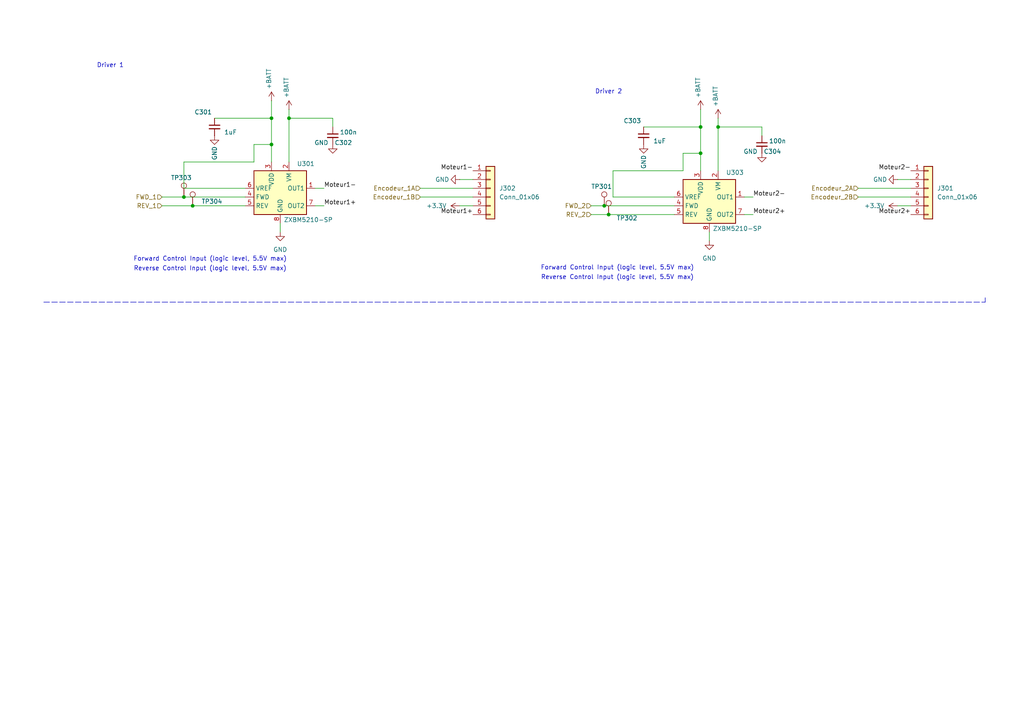
<source format=kicad_sch>
(kicad_sch (version 20250114) (generator "eeschema") (generator_version "9.0")
  (paper "A4")
  (lib_symbols
    (symbol "Connector:TestPoint" (pin_numbers (hide yes)) (pin_names (offset 0.762) (hide yes))
      (property "Reference" "TP" (at 0 6.858 0))
      (property "Value" "TestPoint" (at 0 5.08 0))
      (symbol "TestPoint_0_1"
        (circle (center 0 3.302) (radius 0.762))
      )
      (symbol "TestPoint_1_1"
        (pin passive line (at 0 0 90) (length 2.54) (name "1") (number "1"))
      )
    )
    (symbol "Connector_Generic:Conn_01x06" (pin_names (offset 1.016) (hide yes))
      (property "Reference" "J" (at 0 7.62 0))
      (property "Value" "Conn_01x06" (at 0 -10.16 0))
      (symbol "Conn_01x06_1_1"
        (rectangle (start -1.27 6.35) (end 1.27 -8.89) (stroke (width 0.254)) (fill (type background)))
        (rectangle (start -1.27 5.207) (end 0 4.953) (stroke (width 0.1524)))
        (rectangle (start -1.27 2.667) (end 0 2.413) (stroke (width 0.1524)))
        (rectangle (start -1.27 0.127) (end 0 -0.127) (stroke (width 0.1524)))
        (rectangle (start -1.27 -2.413) (end 0 -2.667) (stroke (width 0.1524)))
        (rectangle (start -1.27 -4.953) (end 0 -5.207) (stroke (width 0.1524)))
        (rectangle (start -1.27 -7.493) (end 0 -7.747) (stroke (width 0.1524)))
        (pin passive line (at -5.08 5.08 0) (length 3.81) (name "Pin_1") (number "1"))
        (pin passive line (at -5.08 2.54 0) (length 3.81) (name "Pin_2") (number "2"))
        (pin passive line (at -5.08 0 0) (length 3.81) (name "Pin_3") (number "3"))
        (pin passive line (at -5.08 -2.54 0) (length 3.81) (name "Pin_4") (number "4"))
        (pin passive line (at -5.08 -5.08 0) (length 3.81) (name "Pin_5") (number "5"))
        (pin passive line (at -5.08 -7.62 0) (length 3.81) (name "Pin_6") (number "6"))
      )
    )
    (symbol "Device:C_Small" (pin_numbers (hide yes)) (pin_names (offset 0.254) (hide yes))
      (property "Reference" "C" (at 0.254 1.778 0))
      (property "Value" "C_Small" (at 0.254 -2.032 0))
      (symbol "C_Small_0_1"
        (polyline (pts (xy -1.524 0.508) (xy 1.524 0.508)) (stroke (width 0.3048)))
        (polyline (pts (xy -1.524 -0.508) (xy 1.524 -0.508)) (stroke (width 0.3302)))
      )
      (symbol "C_Small_1_1"
        (pin passive line (at 0 2.54 270) (length 2.032) (name "~") (number "1"))
        (pin passive line (at 0 -2.54 90) (length 2.032) (name "~") (number "2"))
      )
    )
    (symbol "Driver_Motor:ZXBM5210-SP"
      (property "Reference" "U" (at -7.62 8.89 0))
      (property "Value" "ZXBM5210-SP" (at 10.16 8.89 0))
      (symbol "ZXBM5210-SP_0_0"
        (pin input line (at -10.16 2.54 0) (length 2.54) (name "VREF") (number "6"))
        (pin input line (at -10.16 0 0) (length 2.54) (name "FWD") (number "4"))
        (pin input line (at -10.16 -2.54 0) (length 2.54) (name "REV") (number "5"))
        (pin power_in line (at -2.54 10.16 270) (length 2.54) (name "VDD") (number "3"))
        (pin power_in line (at 0 -7.62 90) (length 2.54) (name "GND") (number "8"))
        (pin passive line (at 0 -7.62 90) (length 2.54) (hide yes) (name "GND") (number "9"))
        (pin power_in line (at 2.54 10.16 270) (length 2.54) (name "VM") (number "2"))
        (pin output line (at 10.16 2.54 180) (length 2.54) (name "OUT1") (number "1"))
        (pin output line (at 10.16 -2.54 180) (length 2.54) (name "OUT2") (number "7"))
      )
      (symbol "ZXBM5210-SP_0_1"
        (rectangle (start -7.62 7.62) (end 7.62 -5.08) (stroke (width 0.254)) (fill (type background)))
      )
    )
    (symbol "power:+3.3V" (power) (pin_numbers (hide yes)) (pin_names (offset 0) (hide yes))
      (property "Value" "+3.3V" (at 0 3.556 0))
      (symbol "+3.3V_0_1"
        (polyline (pts (xy -0.762 1.27) (xy 0 2.54)))
        (polyline (pts (xy 0 2.54) (xy 0.762 1.27)))
        (polyline (pts (xy 0 0) (xy 0 2.54)))
      )
      (symbol "+3.3V_1_1"
        (pin power_in line (at 0 0 90) (length 0) (name "~") (number "1"))
      )
    )
    (symbol "power:+BATT" (power) (pin_numbers (hide yes)) (pin_names (offset 0) (hide yes))
      (property "Value" "+BATT" (at 0 3.556 0))
      (symbol "+BATT_0_1"
        (polyline (pts (xy -0.762 1.27) (xy 0 2.54)))
        (polyline (pts (xy 0 2.54) (xy 0.762 1.27)))
        (polyline (pts (xy 0 0) (xy 0 2.54)))
      )
      (symbol "+BATT_1_1"
        (pin power_in line (at 0 0 90) (length 0) (name "~") (number "1"))
      )
    )
    (symbol "power:GND" (power) (pin_numbers (hide yes)) (pin_names (offset 0) (hide yes))
      (property "Value" "GND" (at 0 -3.81 0))
      (symbol "GND_0_1"
        (polyline (pts (xy 0 0) (xy 0 -1.27) (xy 1.27 -1.27) (xy 0 -2.54) (xy -1.27 -1.27) (xy 0 -1.27)))
      )
      (symbol "GND_1_1"
        (pin power_in line (at 0 0 270) (length 0) (name "~") (number "1"))
      )
    )
  )
  (text "Reverse Control Input (logic level, 5.5V max)" (at 179.07 80.518 0) (effects (font (size 1.27 1.27))))
  (text "Reverse Control Input (logic level, 5.5V max)" (at 60.96 77.978 0) (effects (font (size 1.27 1.27))))
  (text "Forward Control Input (logic level, 5.5V max)" (at 179.07 77.724 0) (effects (font (size 1.27 1.27))))
  (text "Driver 2\n\n" (at 176.53 27.686 0) (effects (font (size 1.27 1.27))))
  (text "Forward Control Input (logic level, 5.5V max)" (at 60.96 75.184 0) (effects (font (size 1.27 1.27))))
  (text "Driver 1\n" (at 32.004 19.05 0) (effects (font (size 1.27 1.27))))
  (junction (at 203.2 36.83))
  (junction (at 175.26 59.69))
  (junction (at 83.82 34.29))
  (junction (at 203.2 44.45))
  (junction (at 55.88 59.69))
  (junction (at 53.34 57.15))
  (junction (at 208.28 36.83))
  (junction (at 78.74 34.29))
  (junction (at 78.74 41.91))
  (junction (at 176.53 62.23))
  (wire (pts (xy 220.98 39.37) (xy 220.98 36.83)))
  (wire (pts (xy 121.92 57.15) (xy 137.16 57.15)))
  (wire (pts (xy 248.92 57.15) (xy 264.16 57.15)))
  (wire (pts (xy 78.74 34.29) (xy 78.74 41.91)))
  (wire (pts (xy 78.74 29.21) (xy 78.74 34.29)))
  (wire (pts (xy 205.74 67.31) (xy 205.74 69.85)))
  (wire (pts (xy 203.2 31.75) (xy 203.2 36.83)))
  (wire (pts (xy 177.8 49.53) (xy 177.8 57.15)))
  (wire (pts (xy 215.9 57.15) (xy 218.44 57.15)))
  (wire (pts (xy 91.44 54.61) (xy 93.98 54.61)))
  (wire (pts (xy 53.34 46.99) (xy 53.34 54.61)))
  (wire (pts (xy 208.28 34.29) (xy 208.28 36.83)))
  (wire (pts (xy 62.23 34.29) (xy 78.74 34.29)))
  (wire (pts (xy 175.26 59.69) (xy 195.58 59.69)))
  (wire (pts (xy 177.8 57.15) (xy 195.58 57.15)))
  (wire (pts (xy 53.34 57.15) (xy 71.12 57.15)))
  (wire (pts (xy 248.92 54.61) (xy 264.16 54.61)))
  (wire (pts (xy 198.12 44.45) (xy 198.12 49.53)))
  (wire (pts (xy 215.9 62.23) (xy 218.44 62.23)))
  (wire (pts (xy 73.66 41.91) (xy 73.66 46.99)))
  (wire (pts (xy 203.2 44.45) (xy 203.2 49.53)))
  (wire (pts (xy 133.35 59.69) (xy 137.16 59.69)))
  (wire (pts (xy 171.45 62.23) (xy 176.53 62.23)))
  (wire (pts (xy 203.2 36.83) (xy 203.2 44.45)))
  (wire (pts (xy 171.45 59.69) (xy 175.26 59.69)))
  (wire (pts (xy 83.82 34.29) (xy 83.82 46.99)))
  (wire (pts (xy 176.53 62.23) (xy 195.58 62.23)))
  (wire (pts (xy 96.52 36.83) (xy 96.52 34.29)))
  (wire (pts (xy 121.92 54.61) (xy 137.16 54.61)))
  (wire (pts (xy 91.44 59.69) (xy 93.98 59.69)))
  (polyline (pts (xy 285.75 86.36) (xy 285.75 87.63)))
  (polyline (pts (xy 12.7 87.63) (xy 285.75 87.63)) (stroke (width 0) (type dash)))
  (wire (pts (xy 78.74 41.91) (xy 78.74 46.99)))
  (wire (pts (xy 208.28 36.83) (xy 208.28 49.53)))
  (wire (pts (xy 260.35 52.07) (xy 264.16 52.07)))
  (wire (pts (xy 96.52 34.29) (xy 83.82 34.29)))
  (wire (pts (xy 133.35 52.07) (xy 137.16 52.07)))
  (wire (pts (xy 53.34 46.99) (xy 73.66 46.99)))
  (wire (pts (xy 220.98 36.83) (xy 208.28 36.83)))
  (wire (pts (xy 186.69 36.83) (xy 203.2 36.83)))
  (wire (pts (xy 83.82 31.75) (xy 83.82 34.29)))
  (wire (pts (xy 81.28 64.77) (xy 81.28 67.31)))
  (wire (pts (xy 177.8 49.53) (xy 198.12 49.53)))
  (wire (pts (xy 73.66 41.91) (xy 78.74 41.91)))
  (wire (pts (xy 46.99 59.69) (xy 55.88 59.69)))
  (wire (pts (xy 55.88 59.69) (xy 71.12 59.69)))
  (wire (pts (xy 198.12 44.45) (xy 203.2 44.45)))
  (wire (pts (xy 260.35 59.69) (xy 264.16 59.69)))
  (wire (pts (xy 46.99 57.15) (xy 53.34 57.15)))
  (wire (pts (xy 53.34 54.61) (xy 71.12 54.61)))
  (label "Moteur1-" (at 93.98 54.61 0))
  (label "Moteur2+" (at 264.16 62.23 180))
  (label "Moteur1-" (at 137.16 49.53 180))
  (label "Moteur1+" (at 137.16 62.23 180))
  (label "Moteur1+" (at 93.98 59.69 0))
  (label "Moteur2+" (at 218.44 62.23 0))
  (label "Moteur2-" (at 264.16 49.53 180))
  (label "Moteur2-" (at 218.44 57.15 0))
  (hierarchical_label "REV_2" (shape input) (at 171.45 62.23 180))
  (hierarchical_label "Encodeur_1B" (shape input) (at 121.92 57.15 180))
  (hierarchical_label "FWD_1" (shape input) (at 46.99 57.15 180))
  (hierarchical_label "REV_1" (shape input) (at 46.99 59.69 180))
  (hierarchical_label "Encodeur_2A" (shape input) (at 248.92 54.61 180))
  (hierarchical_label "Encodeur_1A" (shape input) (at 121.92 54.61 180))
  (hierarchical_label "FWD_2" (shape input) (at 171.45 59.69 180))
  (hierarchical_label "Encodeur_2B" (shape input) (at 248.92 57.15 180))
  (symbol (lib_id "Driver_Motor:ZXBM5210-SP") (at 205.74 59.69 0) (unit 1)
    (property "Reference" "U303" (at 210.566 50.038 0) (effects (justify left)))
    (property "Value" "ZXBM5210-SP" (at 206.756 66.294 0) (effects (justify left)))
    (property "Footprint" "Package_SO:Diodes_SO-8EP" (effects (hide yes)))
    (property "Datasheet" "https://www.diodes.com/assets/Datasheets/ZXBM5210.pdf" (effects (hide yes)))
    (property "Description" "Reversible DC motor drive with speed control, 3-18V, 0.85A, SOIC-8EP" (effects (hide yes)))
  )
  (symbol (lib_id "Connector_Generic:Conn_01x06") (at 142.24 54.61 0) (unit 1)
    (property "Reference" "J302" (at 144.78 54.6099 0) (effects (justify left)))
    (property "Value" "Conn_01x06" (at 144.78 57.1499 0) (effects (justify left)))
    (property "Description" "Generic connector, single row, 01x06, script generated (kicad-library-utils/schlib/autogen/connector/)" (effects (hide yes)))
  )
  (symbol (lib_id "Connector:TestPoint") (at 176.53 62.23 0) (unit 1)
    (property "Reference" "TP302" (at 178.816 63.246 0) (effects (justify left)))
    (property "Value" "TestPoint" (effects (hide yes)))
    (property "Footprint" "TestPoint:TestPoint_Pad_D1.5mm" (effects (hide yes)))
    (property "Description" "test point" (effects (hide yes)))
  )
  (symbol (lib_id "Connector:TestPoint") (at 55.88 59.69 0) (unit 1)
    (property "Reference" "TP304" (at 58.42 58.42 0) (effects (justify left)))
    (property "Value" "TestPoint" (effects (hide yes)))
    (property "Footprint" "TestPoint:TestPoint_Pad_D1.5mm" (effects (hide yes)))
    (property "Description" "test point" (effects (hide yes)))
  )
  (symbol (lib_id "Device:C_Small") (at 186.69 39.37 0) (unit 1)
    (property "Reference" "C303" (at 180.848 35.052 0) (effects (justify left)))
    (property "Value" "1uF" (at 189.484 40.894 0) (effects (justify left)))
    (property "Footprint" "Capacitor_SMD:C_0603_1608Metric" (effects (hide yes)))
    (property "Description" "Unpolarized capacitor, small symbol" (effects (hide yes)))
  )
  (symbol (lib_id "Driver_Motor:ZXBM5210-SP") (at 81.28 57.15 0) (unit 1)
    (property "Reference" "U301" (at 86.106 47.498 0) (effects (justify left)))
    (property "Value" "ZXBM5210-SP" (at 82.296 63.754 0) (effects (justify left)))
    (property "Footprint" "Package_SO:Diodes_SO-8EP" (effects (hide yes)))
    (property "Datasheet" "https://www.diodes.com/assets/Datasheets/ZXBM5210.pdf" (effects (hide yes)))
    (property "Description" "Reversible DC motor drive with speed control, 3-18V, 0.85A, SOIC-8EP" (effects (hide yes)))
  )
  (symbol (lib_id "power:+3.3V") (at 260.35 59.69 90) (unit 1)
    (property "Reference" "#PWR0310" (effects (hide yes)))
    (property "Value" "+3.3V" (at 256.54 59.6899 90) (effects (justify left)))
    (property "Description" "Power symbol creates a global label with name \"+3.3V\"" (effects (hide yes)))
  )
  (symbol (lib_id "power:+BATT") (at 208.28 34.29 0) (unit 1)
    (property "Reference" "#PWR0313" (effects (hide yes)))
    (property "Value" "+BATT" (at 207.518 30.988 90) (effects (justify left)))
    (property "Description" "Power symbol creates a global label with name \"+BATT\"" (effects (hide yes)))
  )
  (symbol (lib_id "power:GND") (at 81.28 67.31 0) (unit 1)
    (property "Reference" "#PWR0304" (effects (hide yes)))
    (property "Value" "GND" (at 81.28 72.39 0))
    (property "Description" "Power symbol creates a global label with name \"GND\" , ground" (effects (hide yes)))
  )
  (symbol (lib_id "power:GND") (at 260.35 52.07 270) (unit 1)
    (property "Reference" "#PWR0309" (effects (hide yes)))
    (property "Value" "GND" (at 255.27 52.07 90))
    (property "Description" "Power symbol creates a global label with name \"GND\" , ground" (effects (hide yes)))
  )
  (symbol (lib_id "power:+BATT") (at 83.82 31.75 0) (unit 1)
    (property "Reference" "#PWR0311" (effects (hide yes)))
    (property "Value" "+BATT" (at 83.058 28.448 90) (effects (justify left)))
    (property "Description" "Power symbol creates a global label with name \"+BATT\"" (effects (hide yes)))
  )
  (symbol (lib_id "power:GND") (at 133.35 52.07 270) (unit 1)
    (property "Reference" "#PWR0307" (effects (hide yes)))
    (property "Value" "GND" (at 128.27 52.07 90))
    (property "Description" "Power symbol creates a global label with name \"GND\" , ground" (effects (hide yes)))
  )
  (symbol (lib_id "power:+BATT") (at 203.2 31.75 0) (unit 1)
    (property "Reference" "#PWR0306" (effects (hide yes)))
    (property "Value" "+BATT" (at 202.438 28.448 90) (effects (justify left)))
    (property "Description" "Power symbol creates a global label with name \"+BATT\"" (effects (hide yes)))
  )
  (symbol (lib_id "power:GND") (at 186.69 41.91 0) (unit 1)
    (property "Reference" "#PWR0301" (effects (hide yes)))
    (property "Value" "GND" (at 186.69 46.99 90))
    (property "Description" "Power symbol creates a global label with name \"GND\" , ground" (effects (hide yes)))
  )
  (symbol (lib_id "Connector_Generic:Conn_01x06") (at 269.24 54.61 0) (unit 1)
    (property "Reference" "J301" (at 271.78 54.6099 0) (effects (justify left)))
    (property "Value" "Conn_01x06" (at 271.78 57.1499 0) (effects (justify left)))
    (property "Description" "Generic connector, single row, 01x06, script generated (kicad-library-utils/schlib/autogen/connector/)" (effects (hide yes)))
  )
  (symbol (lib_id "Connector:TestPoint") (at 53.34 57.15 0) (unit 1)
    (property "Reference" "TP303" (at 49.53 51.562 0) (effects (justify left)))
    (property "Value" "TestPoint" (effects (hide yes)))
    (property "Footprint" "TestPoint:TestPoint_Pad_D1.5mm" (effects (hide yes)))
    (property "Description" "test point" (effects (hide yes)))
  )
  (symbol (lib_id "power:+3.3V") (at 133.35 59.69 90) (unit 1)
    (property "Reference" "#PWR0308" (effects (hide yes)))
    (property "Value" "+3.3V" (at 129.54 59.6899 90) (effects (justify left)))
    (property "Description" "Power symbol creates a global label with name \"+3.3V\"" (effects (hide yes)))
  )
  (symbol (lib_id "Device:C_Small") (at 96.52 39.37 0) (unit 1)
    (property "Reference" "C302" (at 97.028 41.402 0) (effects (justify left)))
    (property "Value" "100n" (at 98.552 38.354 0) (effects (justify left)))
    (property "Footprint" "Capacitor_SMD:C_0603_1608Metric" (effects (hide yes)))
    (property "Description" "Unpolarized capacitor, small symbol" (effects (hide yes)))
  )
  (symbol (lib_id "power:GND") (at 96.52 41.91 0) (unit 1)
    (property "Reference" "#PWR0305" (effects (hide yes)))
    (property "Value" "GND" (at 93.218 41.402 0))
    (property "Description" "Power symbol creates a global label with name \"GND\" , ground" (effects (hide yes)))
  )
  (symbol (lib_id "Device:C_Small") (at 62.23 36.83 0) (unit 1)
    (property "Reference" "C301" (at 56.388 32.512 0) (effects (justify left)))
    (property "Value" "1uF" (at 65.024 38.354 0) (effects (justify left)))
    (property "Footprint" "Capacitor_SMD:C_0603_1608Metric" (effects (hide yes)))
    (property "Description" "Unpolarized capacitor, small symbol" (effects (hide yes)))
  )
  (symbol (lib_id "power:GND") (at 220.98 44.45 0) (unit 1)
    (property "Reference" "#PWR0314" (effects (hide yes)))
    (property "Value" "GND" (at 217.678 43.942 0))
    (property "Description" "Power symbol creates a global label with name \"GND\" , ground" (effects (hide yes)))
  )
  (symbol (lib_id "Connector:TestPoint") (at 175.26 59.69 0) (unit 1)
    (property "Reference" "TP301" (at 171.45 54.102 0) (effects (justify left)))
    (property "Value" "TestPoint" (effects (hide yes)))
    (property "Footprint" "TestPoint:TestPoint_Pad_D1.5mm" (effects (hide yes)))
    (property "Description" "test point" (effects (hide yes)))
  )
  (symbol (lib_id "Device:C_Small") (at 220.98 41.91 0) (unit 1)
    (property "Reference" "C304" (at 221.488 43.942 0) (effects (justify left)))
    (property "Value" "100n" (at 223.012 40.894 0) (effects (justify left)))
    (property "Footprint" "Capacitor_SMD:C_0603_1608Metric" (effects (hide yes)))
    (property "Description" "Unpolarized capacitor, small symbol" (effects (hide yes)))
  )
  (symbol (lib_id "power:GND") (at 62.23 39.37 0) (unit 1)
    (property "Reference" "#PWR0302" (effects (hide yes)))
    (property "Value" "GND" (at 62.23 44.45 90))
    (property "Description" "Power symbol creates a global label with name \"GND\" , ground" (effects (hide yes)))
  )
  (symbol (lib_id "power:+BATT") (at 78.74 29.21 0) (unit 1)
    (property "Reference" "#PWR0312" (effects (hide yes)))
    (property "Value" "+BATT" (at 77.978 25.908 90) (effects (justify left)))
    (property "Description" "Power symbol creates a global label with name \"+BATT\"" (effects (hide yes)))
  )
  (symbol (lib_id "power:GND") (at 205.74 69.85 0) (unit 1)
    (property "Reference" "#PWR0303" (effects (hide yes)))
    (property "Value" "GND" (at 205.74 74.93 0))
    (property "Description" "Power symbol creates a global label with name \"GND\" , ground" (effects (hide yes)))
  )
)
</source>
